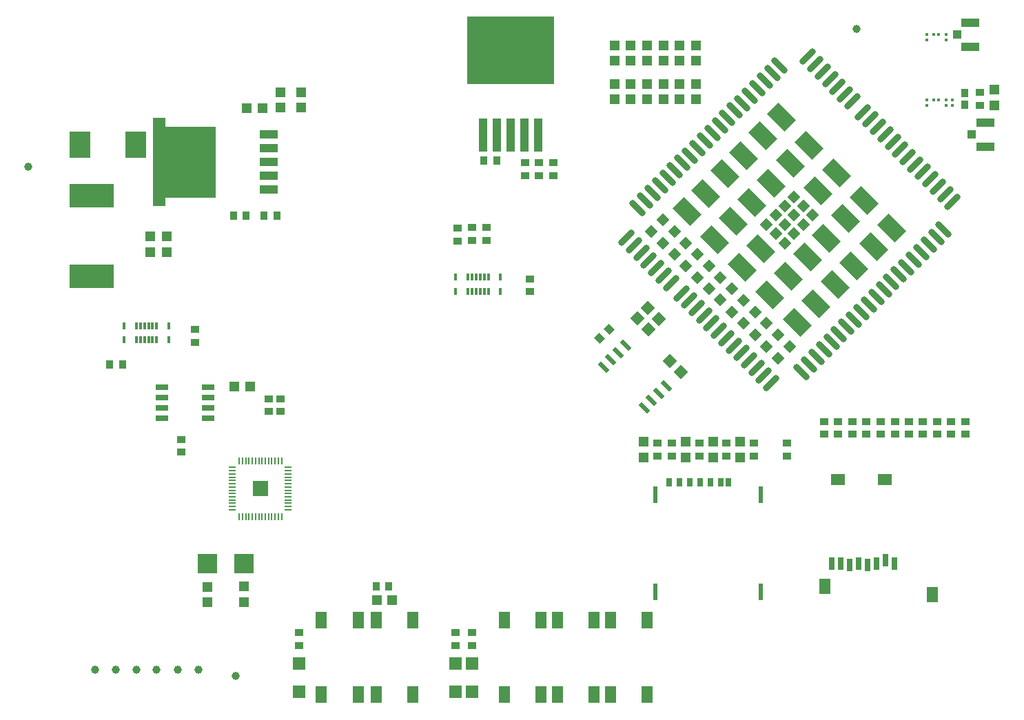
<source format=gtp>
G04*
G04 #@! TF.GenerationSoftware,Altium Limited,Altium Designer,24.5.2 (23)*
G04*
G04 Layer_Color=8421504*
%FSLAX25Y25*%
%MOIN*%
G70*
G04*
G04 #@! TF.SameCoordinates,87A27F8E-189C-4B0C-BDB5-44B7C51DF011*
G04*
G04*
G04 #@! TF.FilePolarity,Positive*
G04*
G01*
G75*
%ADD15R,0.01181X0.03425*%
%ADD16R,0.04016X0.03701*%
%ADD17R,0.03701X0.04016*%
G04:AMPARAMS|DCode=18|XSize=7.87mil|YSize=33.07mil|CornerRadius=0.98mil|HoleSize=0mil|Usage=FLASHONLY|Rotation=0.000|XOffset=0mil|YOffset=0mil|HoleType=Round|Shape=RoundedRectangle|*
%AMROUNDEDRECTD18*
21,1,0.00787,0.03110,0,0,0.0*
21,1,0.00591,0.03307,0,0,0.0*
1,1,0.00197,0.00295,-0.01555*
1,1,0.00197,-0.00295,-0.01555*
1,1,0.00197,-0.00295,0.01555*
1,1,0.00197,0.00295,0.01555*
%
%ADD18ROUNDEDRECTD18*%
G04:AMPARAMS|DCode=19|XSize=33.07mil|YSize=7.87mil|CornerRadius=0.98mil|HoleSize=0mil|Usage=FLASHONLY|Rotation=0.000|XOffset=0mil|YOffset=0mil|HoleType=Round|Shape=RoundedRectangle|*
%AMROUNDEDRECTD19*
21,1,0.03307,0.00591,0,0,0.0*
21,1,0.03110,0.00787,0,0,0.0*
1,1,0.00197,0.01555,-0.00295*
1,1,0.00197,-0.01555,-0.00295*
1,1,0.00197,-0.01555,0.00295*
1,1,0.00197,0.01555,0.00295*
%
%ADD19ROUNDEDRECTD19*%
%ADD20R,0.07717X0.07717*%
%ADD21R,0.04724X0.05118*%
%ADD22R,0.06496X0.02559*%
%ADD23R,0.09449X0.09449*%
%ADD24R,0.05118X0.04724*%
%ADD25R,0.01575X0.01575*%
%ADD26C,0.03937*%
%ADD27R,0.08504X0.04213*%
%ADD28R,0.03819X0.03937*%
%ADD29R,0.01378X0.01575*%
%ADD30R,0.02953X0.04449*%
%ADD31R,0.02284X0.08268*%
%ADD32R,0.02559X0.04449*%
%ADD33R,0.03150X0.05906*%
%ADD34R,0.07087X0.05512*%
%ADD35R,0.05512X0.07480*%
%ADD36R,0.05512X0.08268*%
%ADD37R,0.05906X0.05906*%
G04:AMPARAMS|DCode=38|XSize=98.43mil|YSize=31.5mil|CornerRadius=15.75mil|HoleSize=0mil|Usage=FLASHONLY|Rotation=45.000|XOffset=0mil|YOffset=0mil|HoleType=Round|Shape=RoundedRectangle|*
%AMROUNDEDRECTD38*
21,1,0.09843,0.00000,0,0,45.0*
21,1,0.06693,0.03150,0,0,45.0*
1,1,0.03150,0.02366,0.02366*
1,1,0.03150,-0.02366,-0.02366*
1,1,0.03150,-0.02366,-0.02366*
1,1,0.03150,0.02366,0.02366*
%
%ADD38ROUNDEDRECTD38*%
G04:AMPARAMS|DCode=39|XSize=98.43mil|YSize=31.5mil|CornerRadius=15.75mil|HoleSize=0mil|Usage=FLASHONLY|Rotation=135.000|XOffset=0mil|YOffset=0mil|HoleType=Round|Shape=RoundedRectangle|*
%AMROUNDEDRECTD39*
21,1,0.09843,0.00000,0,0,135.0*
21,1,0.06693,0.03150,0,0,135.0*
1,1,0.03150,-0.02366,0.02366*
1,1,0.03150,0.02366,-0.02366*
1,1,0.03150,0.02366,-0.02366*
1,1,0.03150,-0.02366,0.02366*
%
%ADD39ROUNDEDRECTD39*%
%ADD40P,0.06125X4X90.0*%
G04:AMPARAMS|DCode=41|XSize=51.18mil|YSize=47.24mil|CornerRadius=0mil|HoleSize=0mil|Usage=FLASHONLY|Rotation=45.000|XOffset=0mil|YOffset=0mil|HoleType=Round|Shape=Rectangle|*
%AMROTATEDRECTD41*
4,1,4,-0.00139,-0.03480,-0.03480,-0.00139,0.00139,0.03480,0.03480,0.00139,-0.00139,-0.03480,0.0*
%
%ADD41ROTATEDRECTD41*%

%ADD42R,0.09843X0.12992*%
%ADD43R,0.08661X0.04134*%
%ADD44R,0.04331X0.03937*%
%ADD45R,0.21260X0.11417*%
G04:AMPARAMS|DCode=46|XSize=118.11mil|YSize=78.74mil|CornerRadius=0mil|HoleSize=0mil|Usage=FLASHONLY|Rotation=135.000|XOffset=0mil|YOffset=0mil|HoleType=Round|Shape=Rectangle|*
%AMROTATEDRECTD46*
4,1,4,0.06960,-0.01392,0.01392,-0.06960,-0.06960,0.01392,-0.01392,0.06960,0.06960,-0.01392,0.0*
%
%ADD46ROTATEDRECTD46*%

G04:AMPARAMS|DCode=47|XSize=37.01mil|YSize=40.16mil|CornerRadius=0mil|HoleSize=0mil|Usage=FLASHONLY|Rotation=225.000|XOffset=0mil|YOffset=0mil|HoleType=Round|Shape=Rectangle|*
%AMROTATEDRECTD47*
4,1,4,-0.00111,0.02728,0.02728,-0.00111,0.00111,-0.02728,-0.02728,0.00111,-0.00111,0.02728,0.0*
%
%ADD47ROTATEDRECTD47*%

G04:AMPARAMS|DCode=48|XSize=21.65mil|YSize=61.02mil|CornerRadius=0mil|HoleSize=0mil|Usage=FLASHONLY|Rotation=45.000|XOffset=0mil|YOffset=0mil|HoleType=Round|Shape=Rectangle|*
%AMROTATEDRECTD48*
4,1,4,0.01392,-0.02923,-0.02923,0.01392,-0.01392,0.02923,0.02923,-0.01392,0.01392,-0.02923,0.0*
%
%ADD48ROTATEDRECTD48*%

%ADD49R,0.42300X0.32700*%
%ADD50R,0.04100X0.15900*%
G36*
X81890Y281299D02*
X106299D01*
Y247047D01*
X81890D01*
Y242913D01*
X76102D01*
Y285433D01*
X81890D01*
Y281299D01*
D02*
G37*
D15*
X83661Y184961D02*
D03*
X77756D02*
D03*
X75787D02*
D03*
X73819D02*
D03*
X71850D02*
D03*
X69882D02*
D03*
X67913D02*
D03*
X62008D02*
D03*
Y178150D02*
D03*
X67913D02*
D03*
X69882D02*
D03*
X71850D02*
D03*
X73819D02*
D03*
X75787D02*
D03*
X77756D02*
D03*
X83661D02*
D03*
X222466Y208474D02*
D03*
X228372D02*
D03*
X230340D02*
D03*
X232309D02*
D03*
X234277D02*
D03*
X236246D02*
D03*
X238214D02*
D03*
X244120D02*
D03*
Y201663D02*
D03*
X238214D02*
D03*
X236246D02*
D03*
X234277D02*
D03*
X232309D02*
D03*
X230340D02*
D03*
X228372D02*
D03*
X222466D02*
D03*
D16*
X96457Y177008D02*
D03*
Y183228D02*
D03*
X131890Y149665D02*
D03*
Y143445D02*
D03*
X137795Y149665D02*
D03*
Y143445D02*
D03*
X89567Y130079D02*
D03*
Y123858D02*
D03*
X146653Y36575D02*
D03*
Y30354D02*
D03*
X475862Y291652D02*
D03*
Y297873D02*
D03*
X223425Y232283D02*
D03*
Y226063D02*
D03*
X230315Y232441D02*
D03*
Y226220D02*
D03*
X237205Y232441D02*
D03*
Y226220D02*
D03*
X258411Y207706D02*
D03*
Y201485D02*
D03*
X366754Y128192D02*
D03*
Y121972D02*
D03*
X353369Y128192D02*
D03*
Y121972D02*
D03*
X340430Y128192D02*
D03*
Y121972D02*
D03*
X320098Y128192D02*
D03*
Y121972D02*
D03*
X327010Y128192D02*
D03*
Y121972D02*
D03*
X434831Y138735D02*
D03*
Y132515D02*
D03*
X448461Y138735D02*
D03*
Y132515D02*
D03*
X468851Y138735D02*
D03*
Y132515D02*
D03*
X400562Y138735D02*
D03*
Y132515D02*
D03*
X421146Y138735D02*
D03*
Y132515D02*
D03*
X414220Y138735D02*
D03*
Y132515D02*
D03*
X407390Y138735D02*
D03*
Y132515D02*
D03*
X462036Y138735D02*
D03*
Y132515D02*
D03*
X455276Y138735D02*
D03*
Y132515D02*
D03*
X441591Y138735D02*
D03*
Y132515D02*
D03*
X427905Y138735D02*
D03*
Y132515D02*
D03*
X230315Y36575D02*
D03*
Y30354D02*
D03*
X222441Y36575D02*
D03*
Y30354D02*
D03*
X262795Y263937D02*
D03*
Y257716D02*
D03*
X269685Y257716D02*
D03*
Y263937D02*
D03*
X255906Y257716D02*
D03*
Y263937D02*
D03*
X382663Y128192D02*
D03*
Y121972D02*
D03*
D17*
X61181Y166339D02*
D03*
X54961D02*
D03*
X190118Y59055D02*
D03*
X183898D02*
D03*
X129764Y238189D02*
D03*
X135984D02*
D03*
X114842D02*
D03*
X121063D02*
D03*
X236063Y264764D02*
D03*
X242284D02*
D03*
D18*
X117717Y92677D02*
D03*
X119291D02*
D03*
X120866D02*
D03*
X122441D02*
D03*
X124016D02*
D03*
X125591D02*
D03*
X127165D02*
D03*
X128741D02*
D03*
X130315D02*
D03*
X131890D02*
D03*
X133465D02*
D03*
X135039D02*
D03*
X136614D02*
D03*
X138189D02*
D03*
Y119724D02*
D03*
X136614D02*
D03*
X135039D02*
D03*
X133465D02*
D03*
X131890D02*
D03*
X130315D02*
D03*
X128740D02*
D03*
X127165D02*
D03*
X125591D02*
D03*
X124016D02*
D03*
X122441D02*
D03*
X120866D02*
D03*
X119291D02*
D03*
X117717D02*
D03*
D19*
X114429Y116437D02*
D03*
Y114862D02*
D03*
Y113287D02*
D03*
Y111713D02*
D03*
Y110138D02*
D03*
Y108563D02*
D03*
Y106988D02*
D03*
Y105413D02*
D03*
Y103839D02*
D03*
Y102264D02*
D03*
Y100689D02*
D03*
Y99114D02*
D03*
Y97539D02*
D03*
Y95965D02*
D03*
X141476D02*
D03*
Y97539D02*
D03*
Y99114D02*
D03*
Y100689D02*
D03*
Y102264D02*
D03*
Y103839D02*
D03*
Y105413D02*
D03*
Y106988D02*
D03*
Y108563D02*
D03*
Y110138D02*
D03*
Y111713D02*
D03*
Y113287D02*
D03*
Y114862D02*
D03*
Y116437D02*
D03*
D20*
X127953Y106201D02*
D03*
D21*
X122835Y155512D02*
D03*
X115354D02*
D03*
X184252Y52165D02*
D03*
X191732D02*
D03*
X128937Y290354D02*
D03*
X121457D02*
D03*
D22*
X102657Y140138D02*
D03*
Y145138D02*
D03*
Y150138D02*
D03*
Y155138D02*
D03*
X80413Y140138D02*
D03*
Y145138D02*
D03*
Y150138D02*
D03*
Y155138D02*
D03*
D23*
X102362Y69882D02*
D03*
X120079D02*
D03*
D24*
X102362Y58661D02*
D03*
Y51181D02*
D03*
X120079Y58858D02*
D03*
Y51378D02*
D03*
X137795Y298031D02*
D03*
Y290551D02*
D03*
X147638D02*
D03*
Y298031D02*
D03*
X74761Y220669D02*
D03*
Y228150D02*
D03*
X82677Y220669D02*
D03*
Y228150D02*
D03*
X482941Y291658D02*
D03*
Y299138D02*
D03*
X313369Y121342D02*
D03*
Y128822D02*
D03*
X333671Y121342D02*
D03*
Y128822D02*
D03*
X346858Y121342D02*
D03*
Y128822D02*
D03*
X359933Y121342D02*
D03*
Y128822D02*
D03*
X338583Y320669D02*
D03*
Y313189D02*
D03*
X330709Y320669D02*
D03*
Y313189D02*
D03*
X322835Y320669D02*
D03*
Y313189D02*
D03*
X314961Y320669D02*
D03*
Y313189D02*
D03*
X307087Y320669D02*
D03*
Y313189D02*
D03*
X299213Y320669D02*
D03*
Y313189D02*
D03*
X338583Y301969D02*
D03*
Y294488D02*
D03*
X330709Y301969D02*
D03*
Y294488D02*
D03*
X322835Y301969D02*
D03*
Y294488D02*
D03*
X314961Y301969D02*
D03*
Y294488D02*
D03*
X307087Y301969D02*
D03*
Y294488D02*
D03*
X299213Y301969D02*
D03*
Y294488D02*
D03*
D25*
X459487Y325984D02*
D03*
Y323228D02*
D03*
X450338Y325984D02*
D03*
Y323228D02*
D03*
X459487Y294314D02*
D03*
Y291558D02*
D03*
X450338Y294314D02*
D03*
Y291558D02*
D03*
X462557Y294314D02*
D03*
Y291558D02*
D03*
D26*
X416339Y328740D02*
D03*
X15748Y261811D02*
D03*
X116142Y15748D02*
D03*
X47835Y18701D02*
D03*
X57835D02*
D03*
X67835D02*
D03*
X77762D02*
D03*
X87835D02*
D03*
X97835D02*
D03*
D27*
X131890Y277559D02*
D03*
Y270866D02*
D03*
Y264173D02*
D03*
Y257480D02*
D03*
Y250787D02*
D03*
D28*
X468774Y291869D02*
D03*
Y297656D02*
D03*
D29*
X453567Y325787D02*
D03*
X456126D02*
D03*
X453568Y294128D02*
D03*
X456127D02*
D03*
D30*
X345512Y109222D02*
D03*
X335512D02*
D03*
X325512D02*
D03*
X350512D02*
D03*
X340512D02*
D03*
X330512D02*
D03*
D31*
X370079Y103376D02*
D03*
Y56132D02*
D03*
X318898D02*
D03*
Y103376D02*
D03*
D32*
X354252Y109222D02*
D03*
D33*
X412854Y69193D02*
D03*
X421516D02*
D03*
X430177Y71555D02*
D03*
X434508Y69980D02*
D03*
X404193D02*
D03*
X408524D02*
D03*
X417185D02*
D03*
X425846D02*
D03*
D34*
X429823Y110531D02*
D03*
X407382D02*
D03*
D35*
X452854Y54823D02*
D03*
X401083Y58760D02*
D03*
D36*
X157480Y6693D02*
D03*
X175197D02*
D03*
Y42520D02*
D03*
X157480D02*
D03*
X201772Y6693D02*
D03*
X184055D02*
D03*
Y42520D02*
D03*
X201772D02*
D03*
X297244Y6693D02*
D03*
X314961D02*
D03*
Y42520D02*
D03*
X297244D02*
D03*
X271595Y6693D02*
D03*
X289311D02*
D03*
Y42520D02*
D03*
X271595D02*
D03*
X246063Y6693D02*
D03*
X263779D02*
D03*
Y42520D02*
D03*
X246063D02*
D03*
D37*
X146653Y21654D02*
D03*
Y7874D02*
D03*
X230315Y21654D02*
D03*
Y7874D02*
D03*
X222441Y21654D02*
D03*
Y7874D02*
D03*
D38*
X304935Y227451D02*
D03*
X308554Y223832D02*
D03*
X312173Y220213D02*
D03*
X315792Y216594D02*
D03*
X441067Y266704D02*
D03*
X437448Y270323D02*
D03*
X433829Y273942D02*
D03*
X331660Y200726D02*
D03*
X335279Y197107D02*
D03*
X422972Y284799D02*
D03*
X419353Y288418D02*
D03*
X392628Y315144D02*
D03*
X396247Y311525D02*
D03*
X399866Y307906D02*
D03*
X403485Y304287D02*
D03*
X407104Y300667D02*
D03*
X410723Y297048D02*
D03*
X414342Y293429D02*
D03*
X426591Y281180D02*
D03*
X430210Y277561D02*
D03*
X444686Y263085D02*
D03*
X448305Y259466D02*
D03*
X451924Y255847D02*
D03*
X455543Y252228D02*
D03*
X459162Y248609D02*
D03*
X462781Y244990D02*
D03*
X375089Y157297D02*
D03*
X371470Y160916D02*
D03*
X367851Y164535D02*
D03*
X364232Y168155D02*
D03*
X360613Y171774D02*
D03*
X356994Y175393D02*
D03*
X353375Y179012D02*
D03*
X349756Y182631D02*
D03*
X346137Y186250D02*
D03*
X342518Y189869D02*
D03*
X338898Y193488D02*
D03*
X326649Y205737D02*
D03*
X323030Y209356D02*
D03*
X319411Y212975D02*
D03*
D39*
X415038Y188059D02*
D03*
X418657Y191678D02*
D03*
X422276Y195297D02*
D03*
X425895Y198916D02*
D03*
X454847Y227869D02*
D03*
X353792Y285495D02*
D03*
X350173Y281876D02*
D03*
X346554Y278257D02*
D03*
X342935Y274638D02*
D03*
X339316Y271019D02*
D03*
X313983Y245686D02*
D03*
X310364Y242067D02*
D03*
X389704Y162726D02*
D03*
X393323Y166345D02*
D03*
X317602Y249305D02*
D03*
X321221Y252924D02*
D03*
X324840Y256543D02*
D03*
X328459Y260162D02*
D03*
X332078Y263781D02*
D03*
X335697Y267400D02*
D03*
X357411Y289114D02*
D03*
X361030Y292733D02*
D03*
X364650Y296352D02*
D03*
X368268Y299971D02*
D03*
X371888Y303590D02*
D03*
X375507Y307209D02*
D03*
X379126Y310829D02*
D03*
X458466Y231488D02*
D03*
X451228Y224250D02*
D03*
X447609Y220631D02*
D03*
X443990Y217012D02*
D03*
X440371Y213393D02*
D03*
X436752Y209774D02*
D03*
X433133Y206154D02*
D03*
X429514Y202536D02*
D03*
X411419Y184440D02*
D03*
X407800Y180821D02*
D03*
X404181Y177202D02*
D03*
X400562Y173583D02*
D03*
X396942Y169964D02*
D03*
D40*
X386085Y247356D02*
D03*
X390540Y242902D02*
D03*
X394994Y238448D02*
D03*
X386085D02*
D03*
X390540Y233993D02*
D03*
X377177Y238448D02*
D03*
X381631Y233993D02*
D03*
X377177Y229539D02*
D03*
X381631Y225085D02*
D03*
X328181Y230653D02*
D03*
X339316Y219517D02*
D03*
X372723Y186110D02*
D03*
X378291Y180543D02*
D03*
X383858Y174975D02*
D03*
X317045Y230653D02*
D03*
X322613Y225085D02*
D03*
X328181Y219517D02*
D03*
X333748Y213949D02*
D03*
X339316Y208382D02*
D03*
X344884Y202814D02*
D03*
X350173Y197524D02*
D03*
X356019Y191678D02*
D03*
X372723Y174975D02*
D03*
X378291Y169407D02*
D03*
X367155Y180543D02*
D03*
X361587Y186110D02*
D03*
X367155Y191678D02*
D03*
X361587Y197246D02*
D03*
X356019Y202814D02*
D03*
X350452Y208382D02*
D03*
X344884Y213949D02*
D03*
X333748Y225085D02*
D03*
X322613Y236221D02*
D03*
X372723Y233993D02*
D03*
X386085Y229539D02*
D03*
X381631Y242902D02*
D03*
D41*
X310347Y188668D02*
D03*
X315637Y183379D02*
D03*
X315269Y193590D02*
D03*
X320558Y188300D02*
D03*
X331385Y162710D02*
D03*
X326096Y167999D02*
D03*
D42*
X40748Y272638D02*
D03*
X67520D02*
D03*
D43*
X478642Y283366D02*
D03*
Y271752D02*
D03*
X471391Y331594D02*
D03*
Y319980D02*
D03*
D44*
X472146Y277559D02*
D03*
X464895Y325787D02*
D03*
D45*
X46260Y248031D02*
D03*
Y209055D02*
D03*
D46*
X387756Y186667D02*
D03*
X374393Y200030D02*
D03*
X361030Y213393D02*
D03*
X347668Y226755D02*
D03*
X334305Y240118D02*
D03*
X396664Y195576D02*
D03*
X383301Y208938D02*
D03*
X369939Y222301D02*
D03*
X356576Y235664D02*
D03*
X343214Y249026D02*
D03*
X406129Y205041D02*
D03*
X392767Y218404D02*
D03*
X365624Y244711D02*
D03*
X352679Y258492D02*
D03*
X415038Y213949D02*
D03*
X401675Y227312D02*
D03*
X374950Y254037D02*
D03*
X361587Y267400D02*
D03*
X424503Y223415D02*
D03*
X411140Y236777D02*
D03*
X397778Y250140D02*
D03*
X384415Y263503D02*
D03*
X371052Y276865D02*
D03*
X433411Y232323D02*
D03*
X420049Y245686D02*
D03*
X406686Y259048D02*
D03*
X393323Y272411D02*
D03*
X379961Y285774D02*
D03*
D47*
X292092Y178903D02*
D03*
X296491Y183302D02*
D03*
D48*
X313565Y145317D02*
D03*
X317101Y148852D02*
D03*
X320636Y152388D02*
D03*
X324172Y155923D02*
D03*
X293939Y164943D02*
D03*
X297474Y168479D02*
D03*
X301010Y172014D02*
D03*
X304545Y175550D02*
D03*
D49*
X249016Y318110D02*
D03*
D50*
X262402Y277365D02*
D03*
X255709D02*
D03*
X249016D02*
D03*
X242323D02*
D03*
X235630D02*
D03*
M02*

</source>
